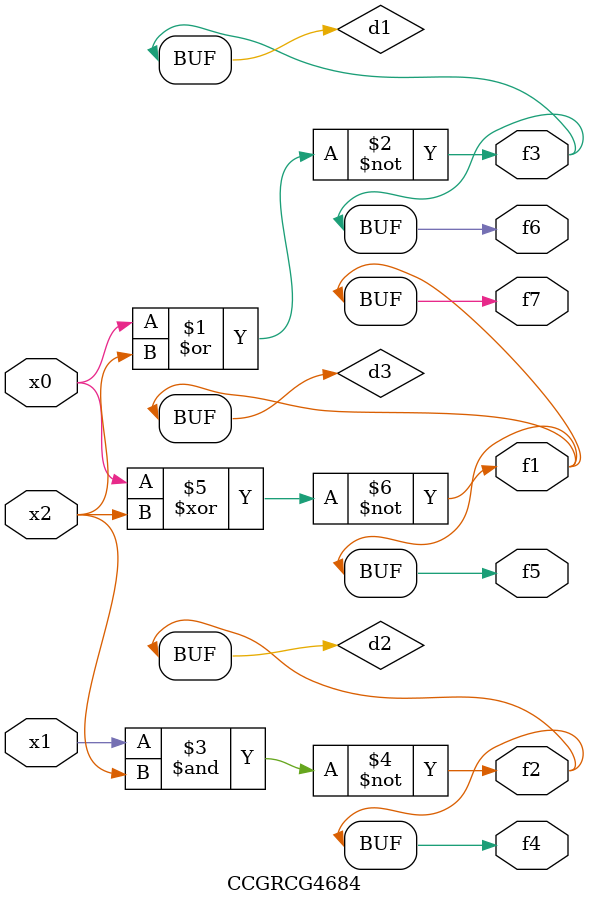
<source format=v>
module CCGRCG4684(
	input x0, x1, x2,
	output f1, f2, f3, f4, f5, f6, f7
);

	wire d1, d2, d3;

	nor (d1, x0, x2);
	nand (d2, x1, x2);
	xnor (d3, x0, x2);
	assign f1 = d3;
	assign f2 = d2;
	assign f3 = d1;
	assign f4 = d2;
	assign f5 = d3;
	assign f6 = d1;
	assign f7 = d3;
endmodule

</source>
